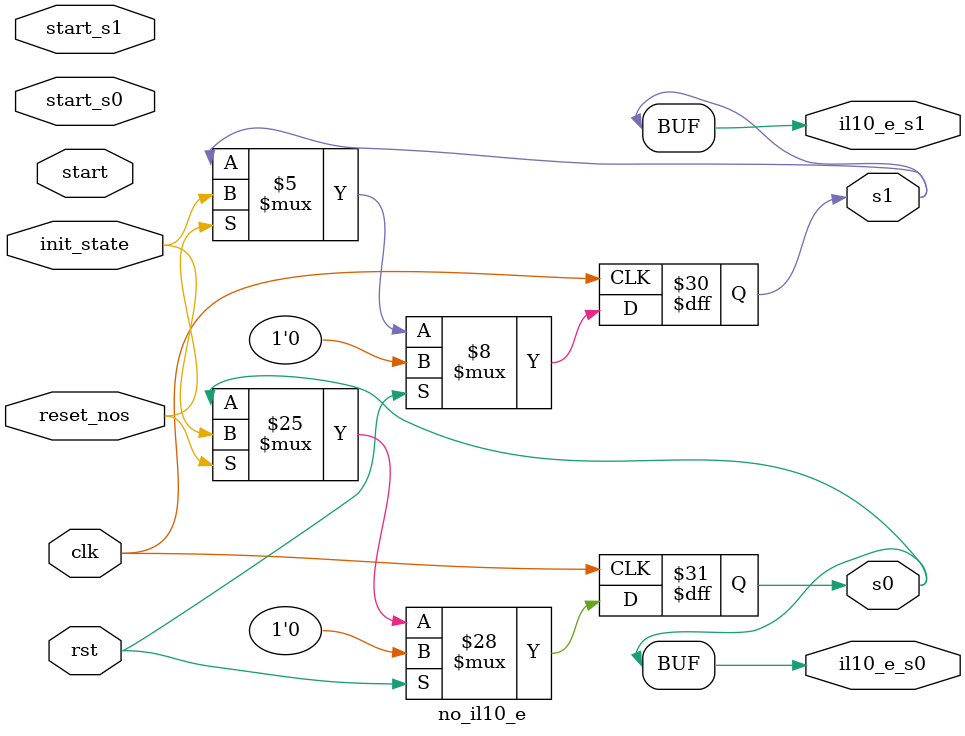
<source format=v>

module no_il10_e
(
  input clk,
  input start,
  input rst,
  input reset_nos,
  input start_s0,
  input start_s1,
  input init_state,
  output reg [1-1:0] s0,
  output reg [1-1:0] s1,
  output [1-1:0] il10_e_s0,
  output [1-1:0] il10_e_s1
);

  reg pass;

  always @(posedge clk) begin
    if(rst) begin
      s0 <= 1'd0;
      pass <= 1'b0;
    end else begin
      if(reset_nos) begin
        s0 <= init_state;
        pass <= 1;
      end else begin
        if(start_s0) begin
          if(pass) begin
            s0 <=  s0 ;
            pass <= 0;
          end else begin
            pass <= 1;
          end
        end 
      end
    end
  end


  always @(posedge clk) begin
    if(rst) begin
      s1 <= 1'd0;
    end else begin
      if(reset_nos) begin
        s1 <= init_state;
      end else begin
        if(start_s1) begin
          s1 <=  s1 ;
        end 
      end
    end
  end

  assign il10_e_s0 = s0;
  assign il10_e_s1 = s1;

endmodule

</source>
